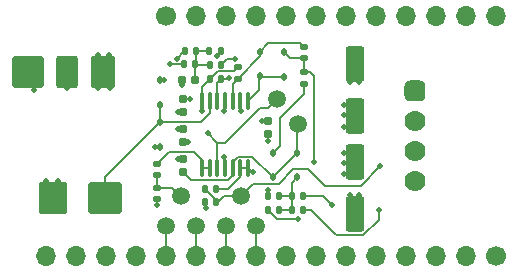
<source format=gbr>
%TF.GenerationSoftware,KiCad,Pcbnew,8.0.5*%
%TF.CreationDate,2024-09-24T12:34:27-04:00*%
%TF.ProjectId,afe-featherwing,6166652d-6665-4617-9468-657277696e67,rev?*%
%TF.SameCoordinates,Original*%
%TF.FileFunction,Copper,L1,Top*%
%TF.FilePolarity,Positive*%
%FSLAX46Y46*%
G04 Gerber Fmt 4.6, Leading zero omitted, Abs format (unit mm)*
G04 Created by KiCad (PCBNEW 8.0.5) date 2024-09-24 12:34:27*
%MOMM*%
%LPD*%
G01*
G04 APERTURE LIST*
G04 Aperture macros list*
%AMRoundRect*
0 Rectangle with rounded corners*
0 $1 Rounding radius*
0 $2 $3 $4 $5 $6 $7 $8 $9 X,Y pos of 4 corners*
0 Add a 4 corners polygon primitive as box body*
4,1,4,$2,$3,$4,$5,$6,$7,$8,$9,$2,$3,0*
0 Add four circle primitives for the rounded corners*
1,1,$1+$1,$2,$3*
1,1,$1+$1,$4,$5*
1,1,$1+$1,$6,$7*
1,1,$1+$1,$8,$9*
0 Add four rect primitives between the rounded corners*
20,1,$1+$1,$2,$3,$4,$5,0*
20,1,$1+$1,$4,$5,$6,$7,0*
20,1,$1+$1,$6,$7,$8,$9,0*
20,1,$1+$1,$8,$9,$2,$3,0*%
G04 Aperture macros list end*
%TA.AperFunction,ComponentPad*%
%ADD10C,1.500000*%
%TD*%
%TA.AperFunction,SMDPad,CuDef*%
%ADD11RoundRect,0.100000X-0.100000X0.637500X-0.100000X-0.637500X0.100000X-0.637500X0.100000X0.637500X0*%
%TD*%
%TA.AperFunction,SMDPad,CuDef*%
%ADD12RoundRect,0.180000X0.720000X-1.170000X0.720000X1.170000X-0.720000X1.170000X-0.720000X-1.170000X0*%
%TD*%
%TA.AperFunction,SMDPad,CuDef*%
%ADD13RoundRect,0.240000X0.960000X-1.110000X0.960000X1.110000X-0.960000X1.110000X-0.960000X-1.110000X0*%
%TD*%
%TA.AperFunction,SMDPad,CuDef*%
%ADD14RoundRect,0.210000X0.840000X-1.140000X0.840000X1.140000X-0.840000X1.140000X-0.840000X-1.140000X0*%
%TD*%
%TA.AperFunction,SMDPad,CuDef*%
%ADD15RoundRect,0.270000X1.180000X-1.080000X1.180000X1.080000X-1.180000X1.080000X-1.180000X-1.080000X0*%
%TD*%
%TA.AperFunction,SMDPad,CuDef*%
%ADD16RoundRect,0.270000X1.080000X-1.080000X1.080000X1.080000X-1.080000X1.080000X-1.080000X-1.080000X0*%
%TD*%
%TA.AperFunction,SMDPad,CuDef*%
%ADD17RoundRect,0.147500X-0.172500X0.147500X-0.172500X-0.147500X0.172500X-0.147500X0.172500X0.147500X0*%
%TD*%
%TA.AperFunction,SMDPad,CuDef*%
%ADD18RoundRect,0.147500X0.147500X0.172500X-0.147500X0.172500X-0.147500X-0.172500X0.147500X-0.172500X0*%
%TD*%
%TA.AperFunction,ComponentPad*%
%ADD19RoundRect,0.444500X-0.444500X0.444500X-0.444500X-0.444500X0.444500X-0.444500X0.444500X0.444500X0*%
%TD*%
%TA.AperFunction,ComponentPad*%
%ADD20C,1.778000*%
%TD*%
%TA.AperFunction,SMDPad,CuDef*%
%ADD21RoundRect,0.147500X-0.147500X-0.172500X0.147500X-0.172500X0.147500X0.172500X-0.147500X0.172500X0*%
%TD*%
%TA.AperFunction,SMDPad,CuDef*%
%ADD22RoundRect,0.155000X-0.212500X-0.155000X0.212500X-0.155000X0.212500X0.155000X-0.212500X0.155000X0*%
%TD*%
%TA.AperFunction,SMDPad,CuDef*%
%ADD23RoundRect,0.250000X-0.550000X1.250000X-0.550000X-1.250000X0.550000X-1.250000X0.550000X1.250000X0*%
%TD*%
%TA.AperFunction,SMDPad,CuDef*%
%ADD24RoundRect,0.112500X0.112500X-0.187500X0.112500X0.187500X-0.112500X0.187500X-0.112500X-0.187500X0*%
%TD*%
%TA.AperFunction,SMDPad,CuDef*%
%ADD25RoundRect,0.112500X-0.112500X0.187500X-0.112500X-0.187500X0.112500X-0.187500X0.112500X0.187500X0*%
%TD*%
%TA.AperFunction,SMDPad,CuDef*%
%ADD26RoundRect,0.155000X-0.155000X0.212500X-0.155000X-0.212500X0.155000X-0.212500X0.155000X0.212500X0*%
%TD*%
%TA.AperFunction,SMDPad,CuDef*%
%ADD27RoundRect,0.155000X0.155000X-0.212500X0.155000X0.212500X-0.155000X0.212500X-0.155000X-0.212500X0*%
%TD*%
%TA.AperFunction,ComponentPad*%
%ADD28C,1.700000*%
%TD*%
%TA.AperFunction,ComponentPad*%
%ADD29O,1.700000X1.700000*%
%TD*%
%TA.AperFunction,ViaPad*%
%ADD30C,0.508000*%
%TD*%
%TA.AperFunction,Conductor*%
%ADD31C,0.152400*%
%TD*%
G04 APERTURE END LIST*
D10*
%TO.P,TP8,1,1*%
%TO.N,/ENVF_OUT_SCALED*%
X154940000Y-97790000D03*
%TD*%
%TO.P,TP7,1,1*%
%TO.N,/EF_OUT*%
X159766000Y-91694000D03*
%TD*%
%TO.P,TP6,1,1*%
%TO.N,/AMP_OUT {slash} EF_IN*%
X157988000Y-89535000D03*
%TD*%
%TO.P,TP5,1,1*%
%TO.N,/A3*%
X156210000Y-100330000D03*
%TD*%
%TO.P,TP4,1,1*%
%TO.N,/A2*%
X153670000Y-100330000D03*
%TD*%
%TO.P,TP3,1,1*%
%TO.N,/A1*%
X151130000Y-100330000D03*
%TD*%
%TO.P,TP2,1,1*%
%TO.N,/A0*%
X148590000Y-100330000D03*
%TD*%
%TO.P,TP1,1,1*%
%TO.N,/AMP_OUT_SCALED*%
X149860000Y-97790000D03*
%TD*%
D11*
%TO.P,U1,1,1OUT*%
%TO.N,Net-(D3-K)*%
X155571600Y-89681100D03*
%TO.P,U1,2,1IN-*%
%TO.N,GND*%
X154921600Y-89681100D03*
%TO.P,U1,3,1IN+*%
%TO.N,Net-(D3-A)*%
X154271600Y-89681100D03*
%TO.P,U1,4,VCC*%
%TO.N,+12V*%
X153621600Y-89681100D03*
%TO.P,U1,5,2IN+*%
%TO.N,Net-(JP1-B)*%
X152971600Y-89681100D03*
%TO.P,U1,6,2IN-*%
%TO.N,/SIGNAL_IN*%
X152321600Y-89681100D03*
%TO.P,U1,7,2OUT*%
%TO.N,/AMP_OUT {slash} EF_IN*%
X151671600Y-89681100D03*
%TO.P,U1,8,3OUT*%
%TO.N,/AMP_BUFFERED*%
X151671600Y-95406100D03*
%TO.P,U1,9,3IN-*%
X152321600Y-95406100D03*
%TO.P,U1,10,3IN+*%
%TO.N,/AMP_OUT {slash} EF_IN*%
X152971600Y-95406100D03*
%TO.P,U1,11,VEE*%
%TO.N,-12V*%
X153621600Y-95406100D03*
%TO.P,U1,12,4IN+*%
%TO.N,/EF_OUT*%
X154271600Y-95406100D03*
%TO.P,U1,13,4IN-*%
%TO.N,/EF_BUFFERED*%
X154921600Y-95406100D03*
%TO.P,U1,14,4OUT*%
X155571600Y-95406100D03*
%TD*%
D12*
%TO.P,J1,11,RN*%
%TO.N,GND*%
X140260000Y-87260000D03*
D13*
%TO.P,J1,10,TN*%
X139060000Y-97960000D03*
D14*
%TO.P,J1,3,R*%
X143260000Y-87260000D03*
D15*
%TO.P,J1,2,T*%
%TO.N,/SIGNAL_IN*%
X143460000Y-97960000D03*
D16*
%TO.P,J1,1,S*%
%TO.N,GND*%
X136960000Y-87260000D03*
%TD*%
D17*
%TO.P,R11,2*%
%TO.N,GND*%
X147828000Y-98044000D03*
%TO.P,R11,1*%
%TO.N,/AMP_OUT_SCALED*%
X147828000Y-97074000D03*
%TD*%
%TO.P,R10,2*%
%TO.N,/AMP_OUT_SCALED*%
X147828000Y-96012000D03*
%TO.P,R10,1*%
%TO.N,/AMP_BUFFERED*%
X147828000Y-95042000D03*
%TD*%
D18*
%TO.P,R9,2*%
%TO.N,/ENVF_OUT_SCALED*%
X151915000Y-97155000D03*
%TO.P,R9,1*%
%TO.N,/EF_BUFFERED*%
X152885000Y-97155000D03*
%TD*%
%TO.P,R8,2*%
%TO.N,GND*%
X151915000Y-98298000D03*
%TO.P,R8,1*%
%TO.N,/ENVF_OUT_SCALED*%
X152885000Y-98298000D03*
%TD*%
D19*
%TO.P,J5,1*%
%TO.N,+12V*%
X169672000Y-88900000D03*
D20*
%TO.P,J5,2*%
%TO.N,GND*%
X169672000Y-91440000D03*
%TO.P,J5,3*%
%TO.N,-12V*%
X169672000Y-93980000D03*
%TO.P,J5,4*%
%TO.N,Net-(JP10-B)*%
X169672000Y-96520000D03*
%TD*%
D21*
%TO.P,R16,2*%
%TO.N,Net-(D6-K)*%
X158219000Y-98933000D03*
%TO.P,R16,1*%
%TO.N,Net-(JP8-B)*%
X157249000Y-98933000D03*
%TD*%
D18*
%TO.P,R14,2*%
%TO.N,Net-(D6-K)*%
X159281000Y-97790000D03*
%TO.P,R14,1*%
%TO.N,Net-(JP5-B)*%
X160251000Y-97790000D03*
%TD*%
%TO.P,R13,2*%
%TO.N,Net-(D6-K)*%
X159281000Y-98933000D03*
%TO.P,R13,1*%
%TO.N,Net-(JP6-B)*%
X160251000Y-98933000D03*
%TD*%
%TO.P,R5,1*%
%TO.N,Net-(C1-Pad2)*%
X151107000Y-86614000D03*
%TO.P,R5,2*%
%TO.N,Net-(JP4-A)*%
X150137000Y-86614000D03*
%TD*%
D21*
%TO.P,R1,2*%
%TO.N,Net-(JP1-A)*%
X153291400Y-86621400D03*
%TO.P,R1,1*%
%TO.N,Net-(C1-Pad2)*%
X152321400Y-86621400D03*
%TD*%
D22*
%TO.P,C1,2*%
%TO.N,Net-(C1-Pad2)*%
X151113300Y-87891400D03*
%TO.P,C1,1*%
%TO.N,GND*%
X149978300Y-87891400D03*
%TD*%
D23*
%TO.P,C7,1*%
%TO.N,+12V*%
X164592000Y-86547600D03*
%TO.P,C7,2*%
%TO.N,GND*%
X164592000Y-90947600D03*
%TD*%
%TO.P,C8,2*%
%TO.N,-12V*%
X164592000Y-99314000D03*
%TO.P,C8,1*%
%TO.N,GND*%
X164592000Y-94914000D03*
%TD*%
D21*
%TO.P,R15,2*%
%TO.N,Net-(D6-K)*%
X158219000Y-97790000D03*
%TO.P,R15,1*%
%TO.N,Net-(JP7-B)*%
X157249000Y-97790000D03*
%TD*%
D17*
%TO.P,R12,1*%
%TO.N,/RECTIFIER_OUT*%
X160274000Y-87272000D03*
%TO.P,R12,2*%
%TO.N,Net-(D5-A)*%
X160274000Y-88242000D03*
%TD*%
D21*
%TO.P,R4,2*%
%TO.N,Net-(C1-Pad2)*%
X151157800Y-85478400D03*
%TO.P,R4,1*%
%TO.N,Net-(JP3-A)*%
X150187800Y-85478400D03*
%TD*%
D17*
%TO.P,R7,2*%
%TO.N,/RECTIFIER_OUT*%
X160274000Y-86083000D03*
%TO.P,R7,1*%
%TO.N,Net-(D3-A)*%
X160274000Y-85113000D03*
%TD*%
%TO.P,R6,2*%
%TO.N,Net-(D3-A)*%
X154686000Y-87817600D03*
%TO.P,R6,1*%
%TO.N,/AMP_OUT {slash} EF_IN*%
X154686000Y-86847600D03*
%TD*%
D24*
%TO.P,D6,1,K*%
%TO.N,Net-(D6-K)*%
X159743000Y-96182800D03*
%TO.P,D6,2,A*%
%TO.N,/EF_OUT*%
X159743000Y-94082800D03*
%TD*%
%TO.P,D5,1,K*%
%TO.N,/EF_OUT*%
X157655400Y-96182800D03*
%TO.P,D5,2,A*%
%TO.N,Net-(D5-A)*%
X157655400Y-94082800D03*
%TD*%
D25*
%TO.P,D4,1,K*%
%TO.N,/RECTIFIER_OUT*%
X158623000Y-85564000D03*
%TO.P,D4,2,A*%
%TO.N,Net-(D3-K)*%
X158623000Y-87664000D03*
%TD*%
D24*
%TO.P,D3,1,K*%
%TO.N,Net-(D3-K)*%
X156591000Y-87630000D03*
%TO.P,D3,2,A*%
%TO.N,Net-(D3-A)*%
X156591000Y-85530000D03*
%TD*%
D26*
%TO.P,C6,2*%
%TO.N,/EF_OUT*%
X150091000Y-95751100D03*
%TO.P,C6,1*%
%TO.N,GND*%
X150091000Y-94616100D03*
%TD*%
D25*
%TO.P,D2,1,K*%
%TO.N,/SIGNAL_IN*%
X148082000Y-91499000D03*
%TO.P,D2,2,A*%
%TO.N,-12V*%
X148082000Y-93599000D03*
%TD*%
%TO.P,D1,1,K*%
%TO.N,+12V*%
X148082000Y-87943000D03*
%TO.P,D1,2,A*%
%TO.N,/SIGNAL_IN*%
X148082000Y-90043000D03*
%TD*%
D21*
%TO.P,R2,2*%
%TO.N,Net-(JP2-A)*%
X153266000Y-85471000D03*
%TO.P,R2,1*%
%TO.N,Net-(C1-Pad2)*%
X152296000Y-85471000D03*
%TD*%
D18*
%TO.P,R3,2*%
%TO.N,/AMP_OUT {slash} EF_IN*%
X152346800Y-87866000D03*
%TO.P,R3,1*%
%TO.N,Net-(JP1-B)*%
X153316800Y-87866000D03*
%TD*%
D27*
%TO.P,C5,2*%
%TO.N,+12V*%
X157226000Y-91380500D03*
%TO.P,C5,1*%
%TO.N,-12V*%
X157226000Y-92515500D03*
%TD*%
%TO.P,C3,2*%
%TO.N,+12V*%
X150091000Y-89536100D03*
%TO.P,C3,1*%
%TO.N,GND*%
X150091000Y-90671100D03*
%TD*%
%TO.P,C2,2*%
%TO.N,GND*%
X150091000Y-92076100D03*
%TO.P,C2,1*%
%TO.N,-12V*%
X150091000Y-93211100D03*
%TD*%
D28*
%TO.P,J3,1*%
%TO.N,/VBAT*%
X148590000Y-82550000D03*
D29*
%TO.P,J3,2*%
%TO.N,/~{EN}*%
X151130000Y-82550000D03*
%TO.P,J3,3*%
%TO.N,/USB*%
X153670000Y-82550000D03*
%TO.P,J3,4*%
%TO.N,/D13*%
X156210000Y-82550000D03*
%TO.P,J3,5*%
%TO.N,/D12*%
X158750000Y-82550000D03*
%TO.P,J3,6*%
%TO.N,/D11*%
X161290000Y-82550000D03*
%TO.P,J3,7*%
%TO.N,/D10*%
X163830000Y-82550000D03*
%TO.P,J3,8*%
%TO.N,/D9*%
X166370000Y-82550000D03*
%TO.P,J3,9*%
%TO.N,/D6*%
X168910000Y-82550000D03*
%TO.P,J3,10*%
%TO.N,unconnected-(J3-Pad10)*%
X171450000Y-82550000D03*
%TO.P,J3,11*%
%TO.N,/SCL*%
X173990000Y-82550000D03*
%TO.P,J3,12*%
%TO.N,/SDA*%
X176530000Y-82550000D03*
%TD*%
%TO.P,J2,16*%
%TO.N,/~{RST}*%
X138430000Y-102870000D03*
%TO.P,J2,15*%
%TO.N,unconnected-(J2-Pad15)*%
X140970000Y-102870000D03*
%TO.P,J2,14*%
%TO.N,/VREF*%
X143510000Y-102870000D03*
%TO.P,J2,13*%
%TO.N,GND*%
X146050000Y-102870000D03*
%TO.P,J2,12*%
%TO.N,/A0*%
X148590000Y-102870000D03*
%TO.P,J2,11*%
%TO.N,/A1*%
X151130000Y-102870000D03*
%TO.P,J2,10*%
%TO.N,/A2*%
X153670000Y-102870000D03*
%TO.P,J2,9*%
%TO.N,/A3*%
X156210000Y-102870000D03*
%TO.P,J2,8*%
%TO.N,unconnected-(J2-Pad8)*%
X158750000Y-102870000D03*
%TO.P,J2,7*%
%TO.N,unconnected-(J2-Pad7)*%
X161290000Y-102870000D03*
%TO.P,J2,6*%
%TO.N,/SCK*%
X163830000Y-102870000D03*
%TO.P,J2,5*%
%TO.N,/MOSI*%
X166370000Y-102870000D03*
%TO.P,J2,4*%
%TO.N,/MISO*%
X168910000Y-102870000D03*
%TO.P,J2,3*%
%TO.N,/RX*%
X171450000Y-102870000D03*
%TO.P,J2,2*%
%TO.N,/TX*%
X173990000Y-102870000D03*
D28*
%TO.P,J2,1*%
%TO.N,/USER*%
X176530000Y-102870000D03*
%TD*%
D30*
%TO.N,Net-(JP8-B)*%
X159766000Y-99695000D03*
%TO.N,Net-(JP5-B)*%
X162684400Y-98552000D03*
%TO.N,Net-(JP6-B)*%
X166624000Y-98933000D03*
%TO.N,/EF_BUFFERED*%
X155956000Y-95758000D03*
%TO.N,/RECTIFIER_OUT*%
X161163000Y-94869000D03*
%TO.N,/ENVF_OUT_SCALED*%
X166751000Y-95250000D03*
%TO.N,GND*%
X152019000Y-98806000D03*
X147828000Y-98552000D03*
%TO.N,/AMP_OUT {slash} EF_IN*%
X151638000Y-90551000D03*
X152146000Y-92456000D03*
%TO.N,Net-(JP7-B)*%
X157226000Y-97282000D03*
%TO.N,Net-(JP3-A)*%
X149509400Y-86113835D03*
%TO.N,Net-(JP4-A)*%
X148971000Y-86614000D03*
%TO.N,Net-(JP2-A)*%
X152971974Y-85915974D03*
%TO.N,Net-(JP1-B)*%
X153924000Y-87757000D03*
%TO.N,Net-(JP1-A)*%
X154432615Y-86151654D03*
%TO.N,+12V*%
X148463000Y-87916400D03*
X150622000Y-89535000D03*
X153543000Y-90551000D03*
X156718000Y-91440000D03*
X164973000Y-88138000D03*
X164211000Y-88138000D03*
%TO.N,-12V*%
X147701000Y-93631400D03*
X150495000Y-93218000D03*
X153543000Y-94488000D03*
X157226000Y-93091000D03*
X164973000Y-97663000D03*
X164211000Y-97663000D03*
%TO.N,GND*%
X149606000Y-92075000D03*
X163703000Y-91948000D03*
X163703000Y-90932000D03*
X163703000Y-90043000D03*
X163703000Y-95885000D03*
X163703000Y-94996000D03*
X163703000Y-94107000D03*
X138430000Y-96520000D03*
X139446000Y-96520000D03*
X140208000Y-88646000D03*
X137414000Y-88773000D03*
X142875000Y-88646000D03*
X143891000Y-88646000D03*
X143764000Y-85852000D03*
X142875000Y-85852000D03*
X149987000Y-88392000D03*
X149606000Y-94615000D03*
X149606000Y-90678000D03*
X154940000Y-90551000D03*
%TD*%
D31*
%TO.N,/AMP_OUT {slash} EF_IN*%
X157226000Y-90297000D02*
X157988000Y-89535000D01*
X156591000Y-90297000D02*
X157226000Y-90297000D01*
%TO.N,/EF_OUT*%
X159743000Y-91717000D02*
X159766000Y-91694000D01*
X159743000Y-94082800D02*
X159743000Y-91717000D01*
%TO.N,Net-(JP8-B)*%
X158011000Y-99695000D02*
X159766000Y-99695000D01*
X157249000Y-98933000D02*
X158011000Y-99695000D01*
%TO.N,/ENVF_OUT_SCALED*%
X153543000Y-97790000D02*
X154940000Y-97790000D01*
X153035000Y-98298000D02*
X153543000Y-97790000D01*
X152885000Y-98298000D02*
X153035000Y-98298000D01*
X152885000Y-98125000D02*
X152885000Y-98298000D01*
X151915000Y-97155000D02*
X152885000Y-98125000D01*
%TO.N,/EF_BUFFERED*%
X154921600Y-96143599D02*
X154921600Y-95406100D01*
X153910199Y-97155000D02*
X154921600Y-96143599D01*
X152885000Y-97155000D02*
X153910199Y-97155000D01*
%TO.N,Net-(JP5-B)*%
X161922400Y-97790000D02*
X162684400Y-98552000D01*
X160251000Y-97790000D02*
X161922400Y-97790000D01*
%TO.N,Net-(JP6-B)*%
X166624000Y-99765770D02*
X166624000Y-98933000D01*
X165297770Y-101092000D02*
X166624000Y-99765770D01*
X163068000Y-101092000D02*
X165100000Y-101092000D01*
X162941000Y-100965000D02*
X163068000Y-101092000D01*
X165100000Y-101092000D02*
X165297770Y-101092000D01*
X160909000Y-98933000D02*
X162941000Y-100965000D01*
X160251000Y-98933000D02*
X160909000Y-98933000D01*
%TO.N,/ENVF_OUT_SCALED*%
X158177600Y-96711400D02*
X156018600Y-96711400D01*
X156018600Y-96711400D02*
X154940000Y-97790000D01*
X159385000Y-95504000D02*
X158177600Y-96711400D01*
X160655000Y-95504000D02*
X159385000Y-95504000D01*
X166751000Y-95250000D02*
X165100000Y-96901000D01*
X162052000Y-96901000D02*
X160655000Y-95504000D01*
X165100000Y-96901000D02*
X162052000Y-96901000D01*
%TO.N,/AMP_OUT {slash} EF_IN*%
X156591000Y-90297000D02*
X153606400Y-93281600D01*
X153606400Y-93281600D02*
X152971600Y-93281600D01*
%TO.N,Net-(D5-A)*%
X160274000Y-89154000D02*
X160274000Y-88242000D01*
X158242000Y-91186000D02*
X160274000Y-89154000D01*
X158242000Y-93496200D02*
X158242000Y-91186000D01*
X157655400Y-94082800D02*
X158242000Y-93496200D01*
%TO.N,/AMP_OUT {slash} EF_IN*%
X151638000Y-89714700D02*
X151671600Y-89681100D01*
X151638000Y-90551000D02*
X151638000Y-89714700D01*
X152146000Y-92456000D02*
X152971600Y-93281600D01*
X152971600Y-93281600D02*
X152971600Y-95406100D01*
%TO.N,/EF_BUFFERED*%
X155923500Y-95758000D02*
X155571600Y-95406100D01*
X155956000Y-95758000D02*
X155923500Y-95758000D01*
%TO.N,/RECTIFIER_OUT*%
X161163000Y-87630000D02*
X161163000Y-94869000D01*
X160805000Y-87272000D02*
X161163000Y-87630000D01*
X160274000Y-87272000D02*
X160805000Y-87272000D01*
X160274000Y-87272000D02*
X160274000Y-86083000D01*
X159142000Y-86083000D02*
X158623000Y-85564000D01*
X160274000Y-86083000D02*
X159142000Y-86083000D01*
%TO.N,Net-(D3-A)*%
X157285000Y-84836000D02*
X159997000Y-84836000D01*
X156591000Y-85530000D02*
X157285000Y-84836000D01*
X159997000Y-84836000D02*
X160274000Y-85113000D01*
%TO.N,/AMP_OUT_SCALED*%
X149144000Y-97074000D02*
X149860000Y-97790000D01*
X147828000Y-97074000D02*
X149144000Y-97074000D01*
X147828000Y-96012000D02*
X147828000Y-97074000D01*
%TO.N,/AMP_BUFFERED*%
X148850000Y-94020000D02*
X147828000Y-95042000D01*
X151671600Y-94668601D02*
X151022999Y-94020000D01*
X151022999Y-94020000D02*
X148850000Y-94020000D01*
X151671600Y-95406100D02*
X151671600Y-94668601D01*
X152321600Y-95406100D02*
X151671600Y-95406100D01*
%TO.N,/SIGNAL_IN*%
X151598000Y-91480000D02*
X152321600Y-90756400D01*
X152321600Y-90756400D02*
X152321600Y-89681100D01*
X148101000Y-91480000D02*
X151598000Y-91480000D01*
X148082000Y-91499000D02*
X148101000Y-91480000D01*
X148082000Y-90043000D02*
X148082000Y-91499000D01*
X143460000Y-96121000D02*
X148082000Y-91499000D01*
X143460000Y-97960000D02*
X143460000Y-96121000D01*
%TO.N,/EF_OUT*%
X159743000Y-94095200D02*
X159743000Y-94082800D01*
X157655400Y-96182800D02*
X159743000Y-94095200D01*
X154682718Y-94440000D02*
X155912600Y-94440000D01*
X154271600Y-94851118D02*
X154682718Y-94440000D01*
X154271600Y-95406100D02*
X154271600Y-94851118D01*
X155912600Y-94440000D02*
X157655400Y-96182800D01*
X154271600Y-95961082D02*
X154271600Y-95406100D01*
X150712100Y-96372200D02*
X153860482Y-96372200D01*
X150091000Y-95751100D02*
X150712100Y-96372200D01*
X153860482Y-96372200D02*
X154271600Y-95961082D01*
%TO.N,/AMP_OUT {slash} EF_IN*%
X154363600Y-87170000D02*
X154686000Y-86847600D01*
X153042800Y-87170000D02*
X154363600Y-87170000D01*
X152346800Y-87866000D02*
X153042800Y-87170000D01*
X151671600Y-88541200D02*
X152346800Y-87866000D01*
X151671600Y-89681100D02*
X151671600Y-88541200D01*
%TO.N,/ENVF_OUT_SCALED*%
X152042000Y-97155000D02*
X152042000Y-97328000D01*
%TO.N,/EF_BUFFERED*%
X155571600Y-95406100D02*
X154921600Y-95406100D01*
%TO.N,Net-(D6-K)*%
X159281000Y-96644800D02*
X159743000Y-96182800D01*
X159281000Y-97790000D02*
X159281000Y-96644800D01*
X158219000Y-97790000D02*
X159281000Y-97790000D01*
X159281000Y-97790000D02*
X159281000Y-98933000D01*
X158219000Y-98933000D02*
X159281000Y-98933000D01*
%TO.N,Net-(JP7-B)*%
X157226000Y-97282000D02*
X157226000Y-97767000D01*
X157226000Y-97767000D02*
X157249000Y-97790000D01*
%TO.N,Net-(C1-Pad2)*%
X151114400Y-86621400D02*
X151107000Y-86614000D01*
X152321400Y-86621400D02*
X151114400Y-86621400D01*
X151107000Y-87885100D02*
X151113300Y-87891400D01*
X151107000Y-86614000D02*
X151107000Y-87885100D01*
X151157800Y-86563200D02*
X151107000Y-86614000D01*
X151157800Y-85478400D02*
X151157800Y-86563200D01*
X151165200Y-85471000D02*
X151157800Y-85478400D01*
X152296000Y-85471000D02*
X151165200Y-85471000D01*
%TO.N,Net-(JP3-A)*%
X150144835Y-85478400D02*
X149509400Y-86113835D01*
X150187800Y-85478400D02*
X150144835Y-85478400D01*
%TO.N,Net-(JP4-A)*%
X150137000Y-86614000D02*
X148971000Y-86614000D01*
%TO.N,/A3*%
X156210000Y-102870000D02*
X156210000Y-100330000D01*
%TO.N,/A2*%
X153670000Y-102870000D02*
X153670000Y-100330000D01*
%TO.N,/A1*%
X151130000Y-102870000D02*
X151130000Y-100330000D01*
%TO.N,/A0*%
X148590000Y-102870000D02*
X148590000Y-100330000D01*
%TO.N,Net-(JP1-B)*%
X153815000Y-87866000D02*
X153924000Y-87757000D01*
X153316800Y-87866000D02*
X153815000Y-87866000D01*
%TO.N,Net-(JP1-A)*%
X153761146Y-86151654D02*
X153291400Y-86621400D01*
X154432615Y-86151654D02*
X153761146Y-86151654D01*
%TO.N,Net-(JP1-B)*%
X152971600Y-88211200D02*
X153316800Y-87866000D01*
X152971600Y-89681100D02*
X152971600Y-88211200D01*
%TO.N,Net-(D3-A)*%
X156591000Y-85912600D02*
X156591000Y-85530000D01*
X154686000Y-87817600D02*
X156591000Y-85912600D01*
X154271600Y-88232000D02*
X154686000Y-87817600D01*
X154271600Y-89681100D02*
X154271600Y-88232000D01*
%TO.N,Net-(D3-K)*%
X156625000Y-87664000D02*
X156591000Y-87630000D01*
X158623000Y-87664000D02*
X156625000Y-87664000D01*
X156537800Y-87620600D02*
X156514800Y-87597600D01*
X156514800Y-88737900D02*
X155571600Y-89681100D01*
X156514800Y-87597600D02*
X156514800Y-88737900D01*
%TD*%
M02*

</source>
